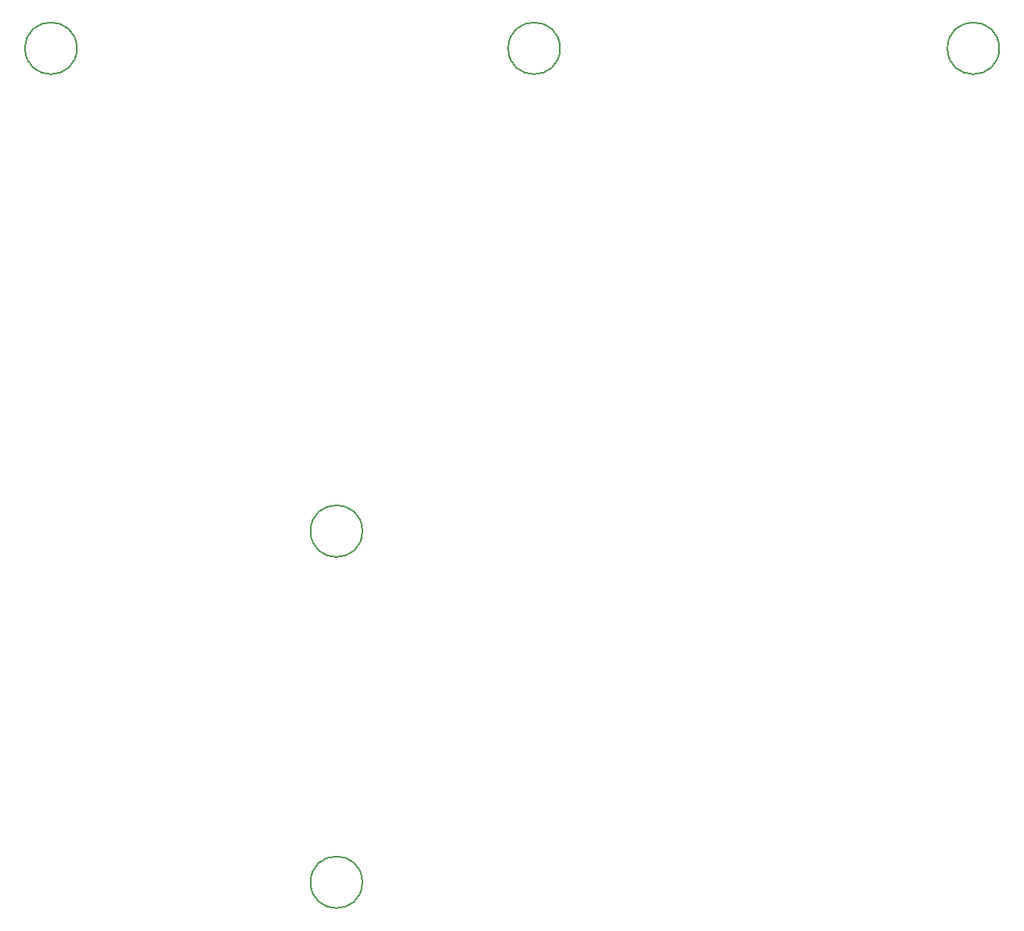
<source format=gbr>
%TF.GenerationSoftware,KiCad,Pcbnew,7.0.5-0*%
%TF.CreationDate,2023-08-05T16:24:15-05:00*%
%TF.ProjectId,Plate,506c6174-652e-46b6-9963-61645f706362,0*%
%TF.SameCoordinates,Original*%
%TF.FileFunction,Other,Comment*%
%FSLAX46Y46*%
G04 Gerber Fmt 4.6, Leading zero omitted, Abs format (unit mm)*
G04 Created by KiCad (PCBNEW 7.0.5-0) date 2023-08-05 16:24:15*
%MOMM*%
%LPD*%
G01*
G04 APERTURE LIST*
%ADD10C,0.150000*%
G04 APERTURE END LIST*
D10*
%TO.C,H105*%
X124675000Y-149000000D02*
G75*
G03*
X124675000Y-149000000I-2800000J0D01*
G01*
%TO.C,H104*%
X124675000Y-111000000D02*
G75*
G03*
X124675000Y-111000000I-2800000J0D01*
G01*
%TO.C,H103*%
X193550000Y-58750000D02*
G75*
G03*
X193550000Y-58750000I-2800000J0D01*
G01*
%TO.C,H102*%
X146050000Y-58750000D02*
G75*
G03*
X146050000Y-58750000I-2800000J0D01*
G01*
%TO.C,H101*%
X93800000Y-58750000D02*
G75*
G03*
X93800000Y-58750000I-2800000J0D01*
G01*
%TD*%
M02*

</source>
